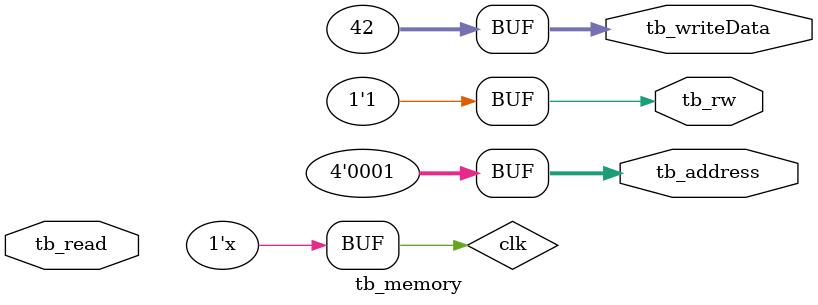
<source format=v>
module tb_memory(

	output reg tb_rw,
	output reg [31:0] tb_writeData,
	output reg [3:0] tb_address,
	input [31:0] tb_read
);

	reg clk = 0;

	memory instancias(
	
		.RW(tb_rw),		
		.WriteData(tb_writeData),
		.Address(tb_address),
		.ReadData(tb_read),
		.clk(clk)
	);	

	initial begin

		tb_rw = 1;
		tb_writeData = 42;
		tb_address = 1;

		$display("RESULTADO DO PERSON\n");
		$monitor("%d\n", tb_read);
	end

	always #5 clk = ~clk;

endmodule 
</source>
